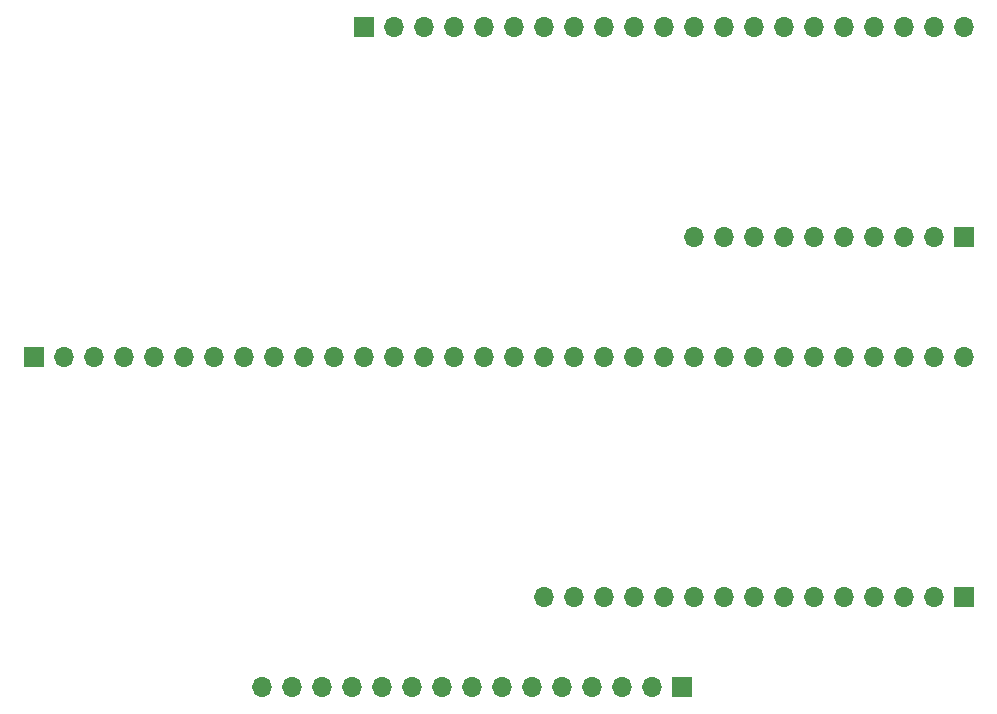
<source format=gbr>
%TF.GenerationSoftware,KiCad,Pcbnew,(5.1.10-1-10_14)*%
%TF.CreationDate,2021-11-23T11:12:12-05:00*%
%TF.ProjectId,control-unit,636f6e74-726f-46c2-9d75-6e69742e6b69,rev?*%
%TF.SameCoordinates,Original*%
%TF.FileFunction,Soldermask,Bot*%
%TF.FilePolarity,Negative*%
%FSLAX46Y46*%
G04 Gerber Fmt 4.6, Leading zero omitted, Abs format (unit mm)*
G04 Created by KiCad (PCBNEW (5.1.10-1-10_14)) date 2021-11-23 11:12:12*
%MOMM*%
%LPD*%
G01*
G04 APERTURE LIST*
%ADD10O,1.700000X1.700000*%
%ADD11R,1.700000X1.700000*%
G04 APERTURE END LIST*
D10*
%TO.C,J1*%
X139700000Y-116586000D03*
X142240000Y-116586000D03*
X144780000Y-116586000D03*
X147320000Y-116586000D03*
X149860000Y-116586000D03*
X152400000Y-116586000D03*
X154940000Y-116586000D03*
X157480000Y-116586000D03*
X160020000Y-116586000D03*
X162560000Y-116586000D03*
X165100000Y-116586000D03*
X167640000Y-116586000D03*
X170180000Y-116586000D03*
X172720000Y-116586000D03*
D11*
X175260000Y-116586000D03*
%TD*%
D10*
%TO.C,J7*%
X176276000Y-78486000D03*
X178816000Y-78486000D03*
X181356000Y-78486000D03*
X183896000Y-78486000D03*
X186436000Y-78486000D03*
X188976000Y-78486000D03*
X191516000Y-78486000D03*
X194056000Y-78486000D03*
X196596000Y-78486000D03*
D11*
X199136000Y-78486000D03*
%TD*%
D10*
%TO.C,J4*%
X199136000Y-88646000D03*
X196596000Y-88646000D03*
X194056000Y-88646000D03*
X191516000Y-88646000D03*
X188976000Y-88646000D03*
X186436000Y-88646000D03*
X183896000Y-88646000D03*
X181356000Y-88646000D03*
X178816000Y-88646000D03*
X176276000Y-88646000D03*
X173736000Y-88646000D03*
X171196000Y-88646000D03*
X168656000Y-88646000D03*
X166116000Y-88646000D03*
X163576000Y-88646000D03*
X161036000Y-88646000D03*
X158496000Y-88646000D03*
X155956000Y-88646000D03*
X153416000Y-88646000D03*
X150876000Y-88646000D03*
X148336000Y-88646000D03*
X145796000Y-88646000D03*
X143256000Y-88646000D03*
X140716000Y-88646000D03*
X138176000Y-88646000D03*
X135636000Y-88646000D03*
X133096000Y-88646000D03*
X130556000Y-88646000D03*
X128016000Y-88646000D03*
X125476000Y-88646000D03*
X122936000Y-88646000D03*
D11*
X120396000Y-88646000D03*
%TD*%
D10*
%TO.C,J11*%
X163576000Y-108966000D03*
X166116000Y-108966000D03*
X168656000Y-108966000D03*
X171196000Y-108966000D03*
X173736000Y-108966000D03*
X176276000Y-108966000D03*
X178816000Y-108966000D03*
X181356000Y-108966000D03*
X183896000Y-108966000D03*
X186436000Y-108966000D03*
X188976000Y-108966000D03*
X191516000Y-108966000D03*
X194056000Y-108966000D03*
X196596000Y-108966000D03*
D11*
X199136000Y-108966000D03*
%TD*%
D10*
%TO.C,J2*%
X199136000Y-60706000D03*
X196596000Y-60706000D03*
X194056000Y-60706000D03*
X191516000Y-60706000D03*
X188976000Y-60706000D03*
X186436000Y-60706000D03*
X183896000Y-60706000D03*
X181356000Y-60706000D03*
X178816000Y-60706000D03*
X176276000Y-60706000D03*
X173736000Y-60706000D03*
X171196000Y-60706000D03*
X168656000Y-60706000D03*
X166116000Y-60706000D03*
X163576000Y-60706000D03*
X161036000Y-60706000D03*
X158496000Y-60706000D03*
X155956000Y-60706000D03*
X153416000Y-60706000D03*
X150876000Y-60706000D03*
D11*
X148336000Y-60706000D03*
%TD*%
M02*

</source>
